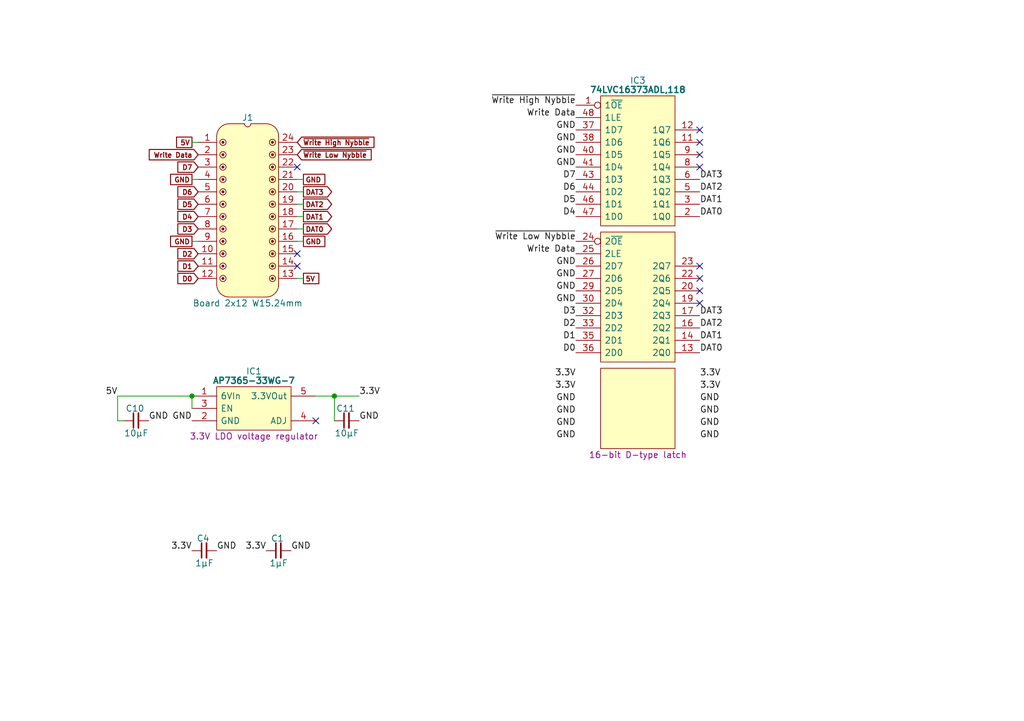
<source format=kicad_sch>
(kicad_sch (version 20250114) (generator "eeschema") (generator_version "9.0")
  (paper "A5")
  (title_block (title "SD Card Write Data") (date "2024-07-04") (rev "V0"))
  (lib_symbols
    (symbol "Diodes_Inc:AP7365-33WG-7" (pin_names (offset 0.762))
      (property "Reference" "IC" (at 12.7 5.08 0))
      (property "Value" "AP7365-33WG-7" (at 12.7 3.175 0))
      (property "Description" "3.3V LDO voltage regulator" (at 12.7 -8.255 0))
      (symbol "AP7365-33WG-7_0_0"
        (pin input line (at 0 -2.54 0) (length 5.08) (name "EN") (number "3"))
        (pin passive line (at 0 -5.08 0) (length 5.08) (name "GND") (number "2"))
        (pin passive line (at 25.4 -5.08 180) (length 5.08) (name "ADJ") (number "4"))
      )
      (symbol "AP7365-33WG-7_0_1"
        (polyline (pts (xy 5.08 1.905) (xy 20.32 1.905) (xy 20.32 -6.985) (xy 5.08 -6.985) (xy 5.08 1.905)) (fill (type background)))
      )
      (symbol "AP7365-33WG-7_1_0"
        (pin passive line (at 0 0 0) (length 5.08) (name "6VIn") (number "1"))
        (pin passive line (at 25.4 0 180) (length 5.08) (name "3.3VOut") (number "5"))
      )
    )
    (symbol "HCP65:Board_02x12_W15.24mm" (pin_names (offset 1.016) (hide yes))
      (property "Reference" "J" (at 0 5.08 0))
      (property "Value" "Board 2x12 W15.24mm" (at 0 -33.02 0))
      (symbol "Board_02x12_W15.24mm_0_1"
        (polyline (pts (xy -6.35 1.27) (xy -6.35 -29.21)))
        (arc (start -3.8102 -31.7498) (mid -5.6063 -31.0059) (end -6.3502 -29.2098))
        (arc (start -6.35 1.27) (mid -5.6061 3.0661) (end -3.81 3.81))
        (polyline (pts (xy -3.81 3.81) (xy -0.635 3.81)))
        (arc (start 0.635 3.81) (mid 0 3.175) (end -0.635 3.81))
        (polyline (pts (xy 0.635 3.81) (xy 3.81 3.81)))
        (polyline (pts (xy 3.8098 -31.7498) (xy -3.81 -31.75)))
        (arc (start 3.81 3.81) (mid 5.6061 3.0661) (end 6.35 1.27))
        (arc (start 6.3498 -29.2098) (mid 5.6059 -31.0059) (end 3.8098 -31.7498))
        (polyline (pts (xy 6.35 -29.21) (xy 6.35 1.27)))
      )
      (symbol "Board_02x12_W15.24mm_1_1"
        (polyline (pts (xy -6.35 1.27) (xy -6.096 2.286) (xy -5.588 3.048) (xy -4.826 3.556) (xy -4.064 3.81) (xy -0.762 3.81) (xy -0.508 3.302) (xy 0 3.048) (xy 0 -31.75) (xy -3.81 -31.75) (xy -4.826 -31.496) (xy -5.588 -30.988) (xy -6.096 -30.226) (xy -6.35 -29.464) (xy -6.35 1.27)) (stroke (width -0.0001)) (fill (type background)))
        (circle (center -5.08 0) (radius 0.0001) (stroke (width 0.3)))
        (circle (center -5.08 0) (radius 0.635) (fill (type color) (color 255 255 255 1)))
        (circle (center -5.08 -2.54) (radius 0.0001) (stroke (width 0.3)))
        (circle (center -5.08 -2.54) (radius 0.635) (fill (type color) (color 255 255 255 1)))
        (circle (center -5.08 -5.08) (radius 0.0001) (stroke (width 0.3)))
        (circle (center -5.08 -5.08) (radius 0.635) (fill (type color) (color 255 255 255 1)))
        (circle (center -5.08 -7.62) (radius 0.0001) (stroke (width 0.3)))
        (circle (center -5.08 -7.62) (radius 0.635) (fill (type color) (color 255 255 255 1)))
        (circle (center -5.08 -10.16) (radius 0.0001) (stroke (width 0.3)))
        (circle (center -5.08 -10.16) (radius 0.635) (fill (type color) (color 255 255 255 1)))
        (circle (center -5.08 -12.7) (radius 0.0001) (stroke (width 0.3)))
        (circle (center -5.08 -12.7) (radius 0.635) (fill (type color) (color 255 255 255 1)))
        (circle (center -5.08 -15.24) (radius 0.0001) (stroke (width 0.3)))
        (circle (center -5.08 -15.24) (radius 0.635) (fill (type color) (color 255 255 255 1)))
        (circle (center -5.08 -17.78) (radius 0.0001) (stroke (width 0.3)))
        (circle (center -5.08 -17.78) (radius 0.635) (fill (type color) (color 255 255 255 1)))
        (circle (center -5.08 -20.32) (radius 0.0001) (stroke (width 0.3)))
        (circle (center -5.08 -20.32) (radius 0.635) (fill (type color) (color 255 255 255 1)))
        (circle (center -5.08 -22.86) (radius 0.0001) (stroke (width 0.3)))
        (circle (center -5.08 -22.86) (radius 0.635) (fill (type color) (color 255 255 255 1)))
        (circle (center -5.08 -25.4) (radius 0.0001) (stroke (width 0.3)))
        (circle (center -5.08 -25.4) (radius 0.635) (fill (type color) (color 255 255 255 1)))
        (circle (center -5.08 -27.94) (radius 0.0001) (stroke (width 0.3)))
        (circle (center -5.08 -27.94) (radius 0.635) (fill (type color) (color 255 255 255 1)))
        (circle (center 5.08 0) (radius 0.0001) (stroke (width 0.3)))
        (circle (center 5.08 0) (radius 0.635) (fill (type color) (color 255 255 255 1)))
        (circle (center 5.08 -2.54) (radius 0.0001) (stroke (width 0.3)))
        (circle (center 5.08 -2.54) (radius 0.635) (fill (type color) (color 255 255 255 1)))
        (circle (center 5.08 -5.08) (radius 0.0001) (stroke (width 0.3)))
        (circle (center 5.08 -5.08) (radius 0.635) (fill (type color) (color 255 255 255 1)))
        (circle (center 5.08 -7.62) (radius 0.0001) (stroke (width 0.3)))
        (circle (center 5.08 -7.62) (radius 0.635) (fill (type color) (color 255 255 255 1)))
        (circle (center 5.08 -10.16) (radius 0.0001) (stroke (width 0.3)))
        (circle (center 5.08 -10.16) (radius 0.635) (fill (type color) (color 255 255 255 1)))
        (circle (center 5.08 -12.7) (radius 0.0001) (stroke (width 0.3)))
        (circle (center 5.08 -12.7) (radius 0.635) (fill (type color) (color 255 255 255 1)))
        (circle (center 5.08 -15.24) (radius 0.0001) (stroke (width 0.3)))
        (circle (center 5.08 -15.24) (radius 0.635) (fill (type color) (color 255 255 255 1)))
        (circle (center 5.08 -17.78) (radius 0.0001) (stroke (width 0.3)))
        (circle (center 5.08 -17.78) (radius 0.635) (fill (type color) (color 255 255 255 1)))
        (circle (center 5.08 -20.32) (radius 0.0001) (stroke (width 0.3)))
        (circle (center 5.08 -20.32) (radius 0.635) (fill (type color) (color 255 255 255 1)))
        (circle (center 5.08 -22.86) (radius 0.0001) (stroke (width 0.3)))
        (circle (center 5.08 -22.86) (radius 0.635) (fill (type color) (color 255 255 255 1)))
        (circle (center 5.08 -25.4) (radius 0.0001) (stroke (width 0.3)))
        (circle (center 5.08 -25.4) (radius 0.635) (fill (type color) (color 255 255 255 1)))
        (circle (center 5.08 -27.94) (radius 0.0001) (stroke (width 0.3)))
        (circle (center 5.08 -27.94) (radius 0.635) (fill (type color) (color 255 255 255 1)))
        (polyline (pts (xy 6.35 1.27) (xy 6.096 2.286) (xy 5.588 3.048) (xy 4.826 3.556) (xy 4.064 3.81) (xy 0.762 3.81) (xy 0.508 3.302) (xy 0 3.048) (xy 0 -31.75) (xy 3.81 -31.75) (xy 4.826 -31.496) (xy 5.588 -30.988) (xy 6.096 -30.226) (xy 6.35 -29.464) (xy 6.35 1.27)) (stroke (width -0.0001)) (fill (type background)))
        (pin passive line (at -10.16 0 0) (length 3.81) (name "") (number "1"))
        (pin passive line (at -10.16 -2.54 0) (length 3.81) (name "") (number "2"))
        (pin passive line (at -10.16 -5.08 0) (length 3.81) (name "") (number "3"))
        (pin passive line (at -10.16 -7.62 0) (length 3.81) (name "") (number "4"))
        (pin passive line (at -10.16 -10.16 0) (length 3.81) (name "") (number "5"))
        (pin passive line (at -10.16 -12.7 0) (length 3.81) (name "") (number "6"))
        (pin passive line (at -10.16 -15.24 0) (length 3.81) (name "") (number "7"))
        (pin passive line (at -10.16 -17.78 0) (length 3.81) (name "") (number "8"))
        (pin passive line (at -10.16 -20.32 0) (length 3.81) (name "") (number "9"))
        (pin passive line (at -10.16 -22.86 0) (length 3.81) (name "") (number "10"))
        (pin passive line (at -10.16 -25.4 0) (length 3.81) (name "") (number "11"))
        (pin passive line (at -10.16 -27.94 0) (length 3.81) (name "") (number "12"))
        (pin passive line (at 10.16 0 180) (length 3.81) (name "") (number "24"))
        (pin passive line (at 10.16 -2.54 180) (length 3.81) (name "") (number "23"))
        (pin passive line (at 10.16 -5.08 180) (length 3.81) (name "") (number "22"))
        (pin passive line (at 10.16 -7.62 180) (length 3.81) (name "") (number "21"))
        (pin passive line (at 10.16 -10.16 180) (length 3.81) (name "") (number "20"))
        (pin passive line (at 10.16 -12.7 180) (length 3.81) (name "") (number "19"))
        (pin passive line (at 10.16 -15.24 180) (length 3.81) (name "") (number "18"))
        (pin passive line (at 10.16 -17.78 180) (length 3.81) (name "") (number "17"))
        (pin passive line (at 10.16 -20.32 180) (length 3.81) (name "") (number "16"))
        (pin passive line (at 10.16 -22.86 180) (length 3.81) (name "") (number "15"))
        (pin passive line (at 10.16 -25.4 180) (length 3.81) (name "") (number "14"))
        (pin passive line (at 10.16 -27.94 180) (length 3.81) (name "") (number "13"))
      )
    )
    (symbol "HCP65:C_0805" (pin_numbers (hide yes)) (pin_names (offset 0.254) (hide yes))
      (property "Reference" "C" (at 2.286 2.54 0))
      (property "Value" "?μF" (at 2.54 -2.54 0))
      (symbol "C_0805_0_1"
        (polyline (pts (xy 1.9685 -1.4605) (xy 1.9685 1.5875)) (stroke (width 0.3048)))
        (polyline (pts (xy 2.9845 -1.4605) (xy 2.9845 1.5875)) (stroke (width 0.3302)))
      )
      (symbol "C_0805_1_1"
        (pin passive line (at 0 0 0) (length 2.032) (name "~") (number "1"))
        (pin passive line (at 5.08 0 180) (length 2.032) (name "~") (number "2"))
      )
    )
    (symbol "Nexperia:74LVC16373ADL,118" (pin_names (offset 0.762))
      (property "Reference" "IC" (at 12.7 5.08 0))
      (property "Value" "74LVC16373ADL,118" (at 12.7 3.175 0))
      (property "Description" "16-bit D-type latch" (at 12.7 -71.755 0))
      (symbol "74LVC16373ADL,118_0_0"
        (pin input inverted (at 0 0 0) (length 5.08) (name "1~{OE}") (number "1"))
        (pin input line (at 0 -2.54 0) (length 5.08) (name "1LE") (number "48"))
        (pin input line (at 0 -5.08 0) (length 5.08) (name "1D7") (number "37"))
        (pin input line (at 0 -10.16 0) (length 5.08) (name "1D5") (number "40"))
        (pin input line (at 0 -12.7 0) (length 5.08) (name "1D4") (number "41"))
        (pin input line (at 0 -15.24 0) (length 5.08) (name "1D3") (number "43"))
        (pin input line (at 0 -17.78 0) (length 5.08) (name "1D2") (number "44"))
        (pin input line (at 0 -20.32 0) (length 5.08) (name "1D1") (number "46"))
        (pin input line (at 0 -22.86 0) (length 5.08) (name "1D0") (number "47"))
        (pin input inverted (at 0 -27.94 0) (length 5.08) (name "2~{OE}") (number "24"))
        (pin input line (at 0 -30.48 0) (length 5.08) (name "2LE") (number "25"))
        (pin input line (at 0 -33.02 0) (length 5.08) (name "2D7") (number "26"))
        (pin input line (at 0 -35.56 0) (length 5.08) (name "2D6") (number "27"))
        (pin input line (at 0 -38.1 0) (length 5.08) (name "2D5") (number "29"))
        (pin input line (at 0 -40.64 0) (length 5.08) (name "2D4") (number "30"))
        (pin input line (at 0 -43.18 0) (length 5.08) (name "2D3") (number "32"))
        (pin input line (at 0 -45.72 0) (length 5.08) (name "2D2") (number "33"))
        (pin input line (at 0 -48.26 0) (length 5.08) (name "2D1") (number "35"))
        (pin input line (at 0 -50.8 0) (length 5.08) (name "2D0") (number "36"))
        (pin tri_state line (at 25.4 -5.08 180) (length 5.08) (name "1Q7") (number "12"))
        (pin tri_state line (at 25.4 -7.62 180) (length 5.08) (name "1Q6") (number "11"))
        (pin tri_state line (at 25.4 -10.16 180) (length 5.08) (name "1Q5") (number "9"))
        (pin tri_state line (at 25.4 -12.7 180) (length 5.08) (name "1Q4") (number "8"))
        (pin tri_state line (at 25.4 -15.24 180) (length 5.08) (name "1Q3") (number "6"))
        (pin tri_state line (at 25.4 -17.78 180) (length 5.08) (name "1Q2") (number "5"))
        (pin tri_state line (at 25.4 -20.32 180) (length 5.08) (name "1Q1") (number "3"))
        (pin tri_state line (at 25.4 -22.86 180) (length 5.08) (name "1Q0") (number "2"))
        (pin tri_state line (at 25.4 -33.02 180) (length 5.08) (name "2Q7") (number "23"))
        (pin tri_state line (at 25.4 -35.56 180) (length 5.08) (name "2Q6") (number "22"))
        (pin tri_state line (at 25.4 -38.1 180) (length 5.08) (name "2Q5") (number "20"))
        (pin tri_state line (at 25.4 -40.64 180) (length 5.08) (name "2Q4") (number "19"))
        (pin tri_state line (at 25.4 -43.18 180) (length 5.08) (name "2Q3") (number "17"))
        (pin tri_state line (at 25.4 -45.72 180) (length 5.08) (name "2Q2") (number "16"))
        (pin tri_state line (at 25.4 -48.26 180) (length 5.08) (name "2Q1") (number "14"))
        (pin tri_state line (at 25.4 -50.8 180) (length 5.08) (name "2Q0") (number "13"))
      )
      (symbol "74LVC16373ADL,118_0_1"
        (polyline (pts (xy 5.08 1.905) (xy 20.32 1.905) (xy 20.32 -24.765) (xy 5.08 -24.765) (xy 5.08 1.905)) (stroke (width 0.1524)) (fill (type background)))
        (polyline (pts (xy 5.08 -26.035) (xy 20.32 -26.035) (xy 20.32 -52.705) (xy 5.08 -52.705) (xy 5.08 -26.035)) (stroke (width 0.1524)) (fill (type background)))
        (polyline (pts (xy 5.08 -53.975) (xy 20.32 -53.975) (xy 20.32 -70.485) (xy 5.08 -70.485) (xy 5.08 -53.975)) (stroke (width 0.1524)) (fill (type background)))
      )
      (symbol "74LVC16373ADL,118_1_0"
        (pin input line (at 0 -7.62 0) (length 5.08) (name "1D6") (number "38"))
        (pin passive line (at 0 -55.88 0) (length 5.08) (hide yes) (name "3V") (number "7"))
        (pin passive line (at 0 -58.42 0) (length 5.08) (hide yes) (name "3V") (number "18"))
        (pin passive line (at 0 -60.96 0) (length 5.08) (hide yes) (name "GND") (number "4"))
        (pin passive line (at 0 -63.5 0) (length 5.08) (hide yes) (name "GND") (number "10"))
        (pin passive line (at 0 -66.04 0) (length 5.08) (hide yes) (name "GND") (number "15"))
        (pin passive line (at 0 -68.58 0) (length 5.08) (hide yes) (name "GND") (number "21"))
        (pin passive line (at 25.4 -55.88 180) (length 5.08) (hide yes) (name "3V") (number "42"))
        (pin passive line (at 25.4 -58.42 180) (length 5.08) (hide yes) (name "3V") (number "31"))
        (pin passive line (at 25.4 -60.96 180) (length 5.08) (hide yes) (name "GND") (number "45"))
        (pin passive line (at 25.4 -63.5 180) (length 5.08) (hide yes) (name "GND") (number "39"))
        (pin passive line (at 25.4 -66.04 180) (length 5.08) (hide yes) (name "GND") (number "34"))
        (pin passive line (at 25.4 -68.58 180) (length 5.08) (hide yes) (name "GND") (number "28"))
      )
    )
  )
  (junction (at 39.37 81.28))
  (junction (at 68.58 81.28))
  (no_connect (at 64.77 86.36))
  (no_connect (at 143.51 57.15))
  (no_connect (at 143.51 34.29))
  (no_connect (at 143.51 62.23))
  (no_connect (at 143.51 26.67))
  (no_connect (at 143.51 59.69))
  (no_connect (at 60.96 54.61))
  (no_connect (at 143.51 54.61))
  (no_connect (at 60.96 34.29))
  (no_connect (at 143.51 29.21))
  (no_connect (at 60.96 52.07))
  (no_connect (at 143.51 31.75))
  (wire (pts (xy 39.37 36.83) (xy 40.64 36.83)))
  (wire (pts (xy 62.23 46.99) (xy 60.96 46.99)))
  (wire (pts (xy 62.23 44.45) (xy 60.96 44.45)))
  (wire (pts (xy 68.58 86.36) (xy 68.58 81.28)))
  (wire (pts (xy 62.23 39.37) (xy 60.96 39.37)))
  (wire (pts (xy 24.13 81.28) (xy 39.37 81.28)))
  (wire (pts (xy 39.37 81.28) (xy 39.37 83.82)))
  (wire (pts (xy 39.37 29.21) (xy 40.64 29.21)))
  (wire (pts (xy 64.77 81.28) (xy 68.58 81.28)))
  (wire (pts (xy 62.23 57.15) (xy 60.96 57.15)))
  (wire (pts (xy 62.23 41.91) (xy 60.96 41.91)))
  (wire (pts (xy 24.13 81.28) (xy 24.13 86.36)))
  (wire (pts (xy 60.96 36.83) (xy 62.23 36.83)))
  (wire (pts (xy 39.37 49.53) (xy 40.64 49.53)))
  (wire (pts (xy 60.96 49.53) (xy 62.23 49.53)))
  (wire (pts (xy 24.13 86.36) (xy 25.4 86.36)))
  (wire (pts (xy 68.58 81.28) (xy 73.66 81.28)))
  (label "GND" (at 118.11 26.67 180))
  (label "GND" (at 118.11 62.23 180))
  (label "Write Data" (at 118.11 52.07 180))
  (label "GND" (at 59.69 113.03 0))
  (label "D0" (at 118.11 72.39 180))
  (label "3.3V" (at 39.37 113.03 180))
  (label "D7" (at 118.11 36.83 180))
  (label "3.3V" (at 118.11 80.01 180))
  (label "D3" (at 118.11 64.77 180))
  (label "GND" (at 73.66 86.36 0))
  (label "GND" (at 143.51 87.63 0))
  (label "GND" (at 118.11 31.75 180))
  (label "D5" (at 118.11 41.91 180))
  (label "GND" (at 30.48 86.36 0))
  (label "5V" (at 24.13 81.28 180))
  (label "GND" (at 118.11 85.09 180))
  (label "DAT0" (at 143.51 72.39 0))
  (label "D1" (at 118.11 69.85 180))
  (label "GND" (at 39.37 86.36 180))
  (label "D2" (at 118.11 67.31 180))
  (label "DAT3" (at 143.51 36.83 0))
  (label "Write Data" (at 118.11 24.13 180))
  (label "~{Write Low Nybble}" (at 118.11 49.53 180))
  (label "GND" (at 143.51 90.17 0))
  (label "GND" (at 143.51 85.09 0))
  (label "GND" (at 118.11 34.29 180))
  (label "GND" (at 118.11 90.17 180))
  (label "3.3V" (at 143.51 80.01 0))
  (label "GND" (at 118.11 87.63 180))
  (label "DAT2" (at 143.51 39.37 0))
  (label "DAT0" (at 143.51 44.45 0))
  (label "~{Write High Nybble}" (at 118.11 21.59 180))
  (label "GND" (at 118.11 54.61 180))
  (label "3.3V" (at 54.61 113.03 180))
  (label "3.3V" (at 118.11 77.47 180))
  (label "DAT1" (at 143.51 69.85 0))
  (label "3.3V" (at 73.66 81.28 0))
  (label "D6" (at 118.11 39.37 180))
  (label "GND" (at 143.51 82.55 0))
  (label "DAT2" (at 143.51 67.31 0))
  (label "D4" (at 118.11 44.45 180))
  (label "GND" (at 118.11 29.21 180))
  (label "GND" (at 118.11 57.15 180))
  (label "DAT3" (at 143.51 64.77 0))
  (label "3.3V" (at 143.51 77.47 0))
  (label "DAT1" (at 143.51 41.91 0))
  (label "GND" (at 44.45 113.03 0))
  (label "GND" (at 118.11 82.55 180))
  (label "GND" (at 118.11 59.69 180))
  (global_label "5V" (shape passive) (at 62.23 57.15 0) (effects (font (size 1 1) (thickness 0.2) (bold yes))) (property "Intersheetrefs" "${INTERSHEET_REFS}" (effects (hide yes))))
  (global_label "D7" (shape input) (at 40.64 34.29 180) (effects (font (size 1 1) (thickness 0.2) (bold yes))) (property "Intersheetrefs" "${INTERSHEET_REFS}" (effects (hide yes))))
  (global_label "GND" (shape passive) (at 62.23 36.83 0) (effects (font (size 1 1) (thickness 0.2) (bold yes))) (property "Intersheetrefs" "${INTERSHEET_REFS}" (effects (hide yes))))
  (global_label "GND" (shape passive) (at 62.23 49.53 0) (effects (font (size 1 1) (thickness 0.2) (bold yes))) (property "Intersheetrefs" "${INTERSHEET_REFS}" (effects (hide yes))))
  (global_label "~{Write High Nybble}" (shape input) (at 60.96 29.21 0) (effects (font (size 1 1) (thickness 0.2) (bold yes))) (property "Intersheetrefs" "${INTERSHEET_REFS}" (effects (hide yes))))
  (global_label "D3" (shape input) (at 40.64 46.99 180) (effects (font (size 1 1) (thickness 0.2) (bold yes))) (property "Intersheetrefs" "${INTERSHEET_REFS}" (effects (hide yes))))
  (global_label "D1" (shape input) (at 40.64 54.61 180) (effects (font (size 1 1) (thickness 0.2) (bold yes))) (property "Intersheetrefs" "${INTERSHEET_REFS}" (effects (hide yes))))
  (global_label "DAT0" (shape output) (at 62.23 46.99 0) (effects (font (size 1 1) (thickness 0.2) (bold yes))) (property "Intersheetrefs" "${INTERSHEET_REFS}" (effects (hide yes))))
  (global_label "D2" (shape input) (at 40.64 52.07 180) (effects (font (size 1 1) (thickness 0.2) (bold yes))) (property "Intersheetrefs" "${INTERSHEET_REFS}" (effects (hide yes))))
  (global_label "D6" (shape input) (at 40.64 39.37 180) (effects (font (size 1 1) (thickness 0.2) (bold yes))) (property "Intersheetrefs" "${INTERSHEET_REFS}" (effects (hide yes))))
  (global_label "DAT3" (shape output) (at 62.23 39.37 0) (effects (font (size 1 1) (thickness 0.2) (bold yes))) (property "Intersheetrefs" "${INTERSHEET_REFS}" (effects (hide yes))))
  (global_label "GND" (shape passive) (at 39.37 36.83 180) (effects (font (size 1 1) (thickness 0.2) (bold yes))) (property "Intersheetrefs" "${INTERSHEET_REFS}" (effects (hide yes))))
  (global_label "5V" (shape passive) (at 39.37 29.21 180) (effects (font (size 1 1) (thickness 0.2) (bold yes))) (property "Intersheetrefs" "${INTERSHEET_REFS}" (effects (hide yes))))
  (global_label "~{Write Low Nybble}" (shape input) (at 60.96 31.75 0) (effects (font (size 1 1) (thickness 0.2) (bold yes))) (property "Intersheetrefs" "${INTERSHEET_REFS}" (effects (hide yes))))
  (global_label "DAT1" (shape output) (at 62.23 44.45 0) (effects (font (size 1 1) (thickness 0.2) (bold yes))) (property "Intersheetrefs" "${INTERSHEET_REFS}" (effects (hide yes))))
  (global_label "D5" (shape input) (at 40.64 41.91 180) (effects (font (size 1 1) (thickness 0.2) (bold yes))) (property "Intersheetrefs" "${INTERSHEET_REFS}" (effects (hide yes))))
  (global_label "Write Data" (shape input) (at 40.64 31.75 180) (effects (font (size 1 1) (thickness 0.2) (bold yes))) (property "Intersheetrefs" "${INTERSHEET_REFS}" (effects (hide yes))))
  (global_label "D4" (shape input) (at 40.64 44.45 180) (effects (font (size 1 1) (thickness 0.2) (bold yes))) (property "Intersheetrefs" "${INTERSHEET_REFS}" (effects (hide yes))))
  (global_label "D0" (shape input) (at 40.64 57.15 180) (effects (font (size 1 1) (thickness 0.2) (bold yes))) (property "Intersheetrefs" "${INTERSHEET_REFS}" (effects (hide yes))))
  (global_label "GND" (shape passive) (at 39.37 49.53 180) (effects (font (size 1 1) (thickness 0.2) (bold yes))) (property "Intersheetrefs" "${INTERSHEET_REFS}" (effects (hide yes))))
  (global_label "DAT2" (shape output) (at 62.23 41.91 0) (effects (font (size 1 1) (thickness 0.2) (bold yes))) (property "Intersheetrefs" "${INTERSHEET_REFS}" (effects (hide yes))))
  (symbol (lib_id "Nexperia:74LVC16373ADL,118") (at 118.11 21.59 0) (unit 1)
    (property "Reference" "IC3" (at 130.81 16.51 0))
    (property "Value" "74LVC16373ADL,118" (at 130.81 18.415 0) (effects (font (bold yes))))
    (property "Footprint" "SamacSys_Parts:SOP64P1025X280-48N" (effects (hide yes)))
    (property "Datasheet" "https://componentsearchengine.com/Datasheets/1/74LVC16373ADL,118.pdf" (effects (hide yes)))
    (property "Description" "16-bit D-type latch" (at 130.81 93.345 0))
    (property "Height" "2.8" (effects (hide yes)))
    (property "Mouser Part Number" "771-LVC16373ADL118" (effects (hide yes)))
    (property "Mouser Price/Stock" "https://www.mouser.com/Search/Refine.aspx?Keyword=771-LVC16373ADL118" (effects (hide yes)))
    (property "Manufacturer_Name" "Nexperia" (effects (hide yes)))
    (property "Manufacturer_Part_Number" "74LVC16373ADL,118" (effects (hide yes)))
    (property "Silkscreen" "74LVC16373" (effects (hide yes)))
    (property "Garbage" "74LVC16373A; 74LVCH16373A - 16-bit D-type transparent latch with 5 V tolerant inputs/outputs; 3-state@en-us" (effects (hide yes)))
  )
  (symbol (lib_id "HCP65:Board_02x12_W15.24mm") (at 50.8 29.21 0) (unit 1)
    (property "Reference" "J1" (at 50.8 24.13 0))
    (property "Value" "Board 2x12 W15.24mm" (at 50.8 62.23 0))
    (property "Footprint" "SamacSys_Parts:DIP-24_Board_W15.24mm" (effects (hide yes)))
  )
  (symbol (lib_id "HCP65:C_0805") (at 54.61 113.03 0) (unit 1)
    (property "Reference" "C1" (at 56.896 110.49 0))
    (property "Value" "1μF" (at 57.15 115.57 0))
    (property "Footprint" "SamacSys_Parts:C_0805" (effects (hide yes)))
  )
  (symbol (lib_id "HCP65:C_0805") (at 25.4 86.36 0) (unit 1)
    (property "Reference" "C10" (at 27.686 83.82 0))
    (property "Value" "10μF" (at 27.94 88.9 0))
    (property "Footprint" "SamacSys_Parts:C_0805" (effects (hide yes)))
  )
  (symbol (lib_id "HCP65:C_0805") (at 39.37 113.03 0) (unit 1)
    (property "Reference" "C4" (at 41.656 110.49 0))
    (property "Value" "1μF" (at 41.91 115.57 0))
    (property "Footprint" "SamacSys_Parts:C_0805" (effects (hide yes)))
  )
  (symbol (lib_id "Diodes_Inc:AP7365-33WG-7") (at 39.37 81.28 0) (unit 1)
    (property "Reference" "IC1" (at 52.07 76.2 0))
    (property "Value" "AP7365-33WG-7" (at 52.07 78.105 0) (effects (font (bold yes))))
    (property "Footprint" "SamacSys_Parts:SOT95P285X130-5N" (effects (hide yes)))
    (property "Datasheet" "https://componentsearchengine.com/Datasheets/1/AP7365-33WG-7.pdf" (effects (hide yes)))
    (property "Description" "3.3V LDO voltage regulator" (at 52.07 89.535 0))
    (property "Height" "1.3" (effects (hide yes)))
    (property "Manufacturer_Name" "Diodes Inc." (effects (hide yes)))
    (property "Manufacturer_Part_Number" "AP7365-33WG-7" (effects (hide yes)))
    (property "Mouser Part Number" "621-AP7365-33WG-7" (effects (hide yes)))
    (property "Mouser Price/Stock" "https://www.mouser.co.uk/ProductDetail/Diodes-Incorporated/AP7365-33WG-7?qs=abZ1nkZpTuOZFvxvoFPL0w%3D%3D" (effects (hide yes)))
    (property "Arrow Part Number" "AP7365-33WG-7" (effects (hide yes)))
    (property "Arrow Price/Stock" "https://www.arrow.com/en/products/ap7365-33wg-7/diodes-incorporated?region=nac" (effects (hide yes)))
    (property "Silkscreen" "AP7365" (effects (hide yes)))
    (property "Garbage" "DiodesZetex AP7365-33WG-7, LDO Voltage Regulator, 600mA, 3.3 V +/-2%, 2  6 Vin, 5-Pin SOT-25" (effects (hide yes)))
  )
  (symbol (lib_id "HCP65:C_0805") (at 68.58 86.36 0) (unit 1)
    (property "Reference" "C11" (at 70.866 83.82 0))
    (property "Value" "10μF" (at 71.12 88.9 0))
    (property "Footprint" "SamacSys_Parts:C_0805" (effects (hide yes)))
  )
)
</source>
